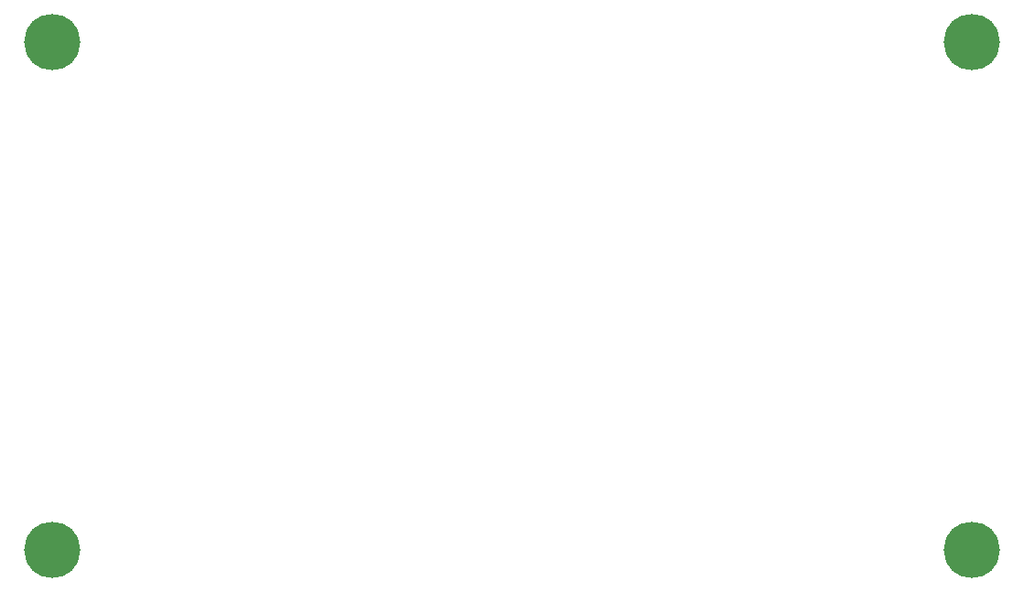
<source format=gbr>
G04 #@! TF.GenerationSoftware,KiCad,Pcbnew,5.1.2-f72e74a~84~ubuntu18.04.1*
G04 #@! TF.CreationDate,2019-06-08T15:54:07-04:00*
G04 #@! TF.ProjectId,8-key-top-plate-1.2,382d6b65-792d-4746-9f70-2d706c617465,rev?*
G04 #@! TF.SameCoordinates,Original*
G04 #@! TF.FileFunction,Soldermask,Bot*
G04 #@! TF.FilePolarity,Negative*
%FSLAX46Y46*%
G04 Gerber Fmt 4.6, Leading zero omitted, Abs format (unit mm)*
G04 Created by KiCad (PCBNEW 5.1.2-f72e74a~84~ubuntu18.04.1) date 2019-06-08 15:54:07*
%MOMM*%
%LPD*%
G04 APERTURE LIST*
%ADD10C,5.203200*%
G04 APERTURE END LIST*
D10*
X226000000Y-74000000D03*
X226000000Y-121000000D03*
X141000000Y-121000000D03*
X141000000Y-74000000D03*
M02*

</source>
